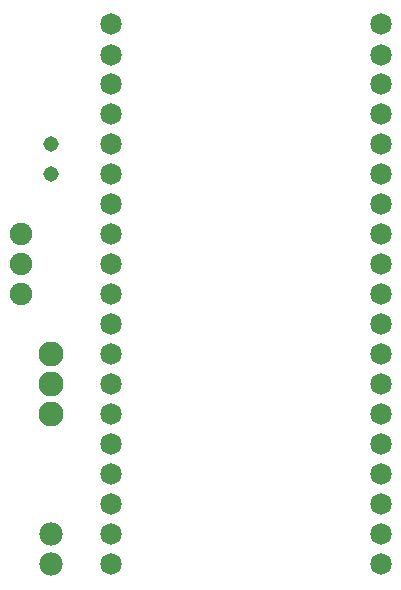
<source format=gbl>
G04 MADE WITH FRITZING*
G04 WWW.FRITZING.ORG*
G04 DOUBLE SIDED*
G04 HOLES PLATED*
G04 CONTOUR ON CENTER OF CONTOUR VECTOR*
%ASAXBY*%
%FSLAX23Y23*%
%MOIN*%
%OFA0B0*%
%SFA1.0B1.0*%
%ADD10C,0.083307*%
%ADD11C,0.078000*%
%ADD12C,0.071858*%
%ADD13C,0.051496*%
%ADD14C,0.075000*%
%LNCOPPER0*%
G90*
G70*
G54D10*
X238Y836D03*
X238Y736D03*
X238Y636D03*
G54D11*
X238Y236D03*
X238Y136D03*
G54D12*
X438Y1936D03*
X438Y1835D03*
X438Y1736D03*
X438Y1636D03*
X438Y1536D03*
X438Y1436D03*
X438Y1336D03*
X438Y1236D03*
X438Y1136D03*
X438Y1036D03*
X438Y936D03*
X438Y836D03*
X438Y736D03*
X438Y636D03*
X438Y536D03*
X438Y436D03*
X438Y337D03*
X438Y236D03*
X438Y136D03*
X1338Y136D03*
X1338Y236D03*
X1338Y337D03*
X1338Y436D03*
X1338Y536D03*
X1338Y636D03*
X1338Y736D03*
X1338Y836D03*
X1338Y936D03*
X1338Y1036D03*
X1338Y1136D03*
X1338Y1236D03*
X1338Y1336D03*
X1338Y1436D03*
X1338Y1536D03*
X1338Y1636D03*
X1338Y1736D03*
X1338Y1835D03*
X1338Y1936D03*
G54D13*
X238Y1536D03*
X238Y1436D03*
G54D14*
X138Y1236D03*
X138Y1136D03*
X138Y1036D03*
G04 End of Copper0*
M02*
</source>
